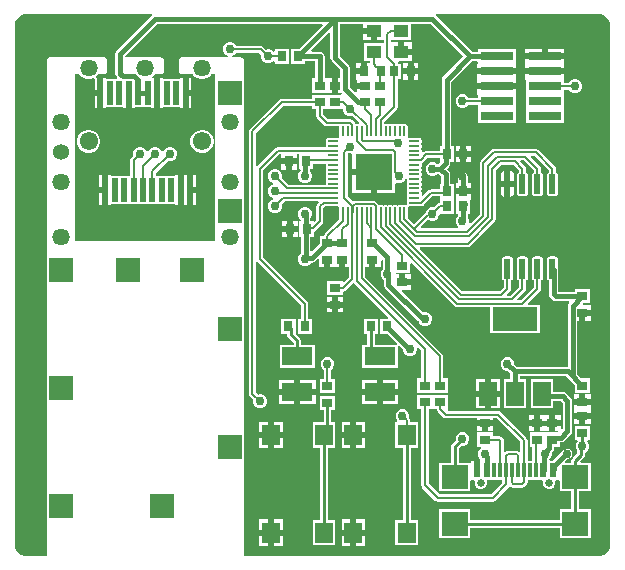
<source format=gtl>
G04*
G04 #@! TF.GenerationSoftware,Altium Limited,Altium Designer,22.2.1 (43)*
G04*
G04 Layer_Physical_Order=1*
G04 Layer_Color=255*
%FSLAX25Y25*%
%MOIN*%
G70*
G04*
G04 #@! TF.SameCoordinates,1C25F414-B9C3-4C75-A36B-C8DD24576EA7*
G04*
G04*
G04 #@! TF.FilePolarity,Positive*
G04*
G01*
G75*
%ADD16C,0.01000*%
%ADD17R,0.11000X0.03000*%
%ADD18R,0.03150X0.03543*%
%ADD19R,0.05118X0.04331*%
%ADD20R,0.08583X0.07874*%
%ADD21R,0.02362X0.04528*%
%ADD22R,0.01181X0.04528*%
%ADD23R,0.05906X0.06890*%
%ADD24R,0.03543X0.03150*%
%ADD25R,0.10236X0.05906*%
G04:AMPARAMS|DCode=26|XSize=64.96mil|YSize=22.84mil|CornerRadius=2.85mil|HoleSize=0mil|Usage=FLASHONLY|Rotation=270.000|XOffset=0mil|YOffset=0mil|HoleType=Round|Shape=RoundedRectangle|*
%AMROUNDEDRECTD26*
21,1,0.06496,0.01713,0,0,270.0*
21,1,0.05925,0.02284,0,0,270.0*
1,1,0.00571,-0.00856,-0.02963*
1,1,0.00571,-0.00856,0.02963*
1,1,0.00571,0.00856,0.02963*
1,1,0.00571,0.00856,-0.02963*
%
%ADD26ROUNDEDRECTD26*%
%ADD27R,0.14961X0.07874*%
%ADD28R,0.05906X0.07874*%
G04:AMPARAMS|DCode=30|XSize=33.07mil|YSize=7.87mil|CornerRadius=0.98mil|HoleSize=0mil|Usage=FLASHONLY|Rotation=180.000|XOffset=0mil|YOffset=0mil|HoleType=Round|Shape=RoundedRectangle|*
%AMROUNDEDRECTD30*
21,1,0.03307,0.00591,0,0,180.0*
21,1,0.03110,0.00787,0,0,180.0*
1,1,0.00197,-0.01555,0.00295*
1,1,0.00197,0.01555,0.00295*
1,1,0.00197,0.01555,-0.00295*
1,1,0.00197,-0.01555,-0.00295*
%
%ADD30ROUNDEDRECTD30*%
G04:AMPARAMS|DCode=31|XSize=7.87mil|YSize=33.07mil|CornerRadius=0.98mil|HoleSize=0mil|Usage=FLASHONLY|Rotation=180.000|XOffset=0mil|YOffset=0mil|HoleType=Round|Shape=RoundedRectangle|*
%AMROUNDEDRECTD31*
21,1,0.00787,0.03110,0,0,180.0*
21,1,0.00591,0.03307,0,0,180.0*
1,1,0.00197,-0.00295,0.01555*
1,1,0.00197,0.00295,0.01555*
1,1,0.00197,0.00295,-0.01555*
1,1,0.00197,-0.00295,-0.01555*
%
%ADD31ROUNDEDRECTD31*%
%ADD32R,0.01968X0.07874*%
%ADD44C,0.02559*%
%ADD50R,0.12205X0.12205*%
%ADD51C,0.00700*%
%ADD52C,0.01500*%
%ADD53C,0.00800*%
%ADD54C,0.06102*%
%ADD55C,0.05347*%
%ADD56C,0.05740*%
%ADD57R,0.07874X0.07874*%
%ADD58C,0.03000*%
G36*
X46350Y181697D02*
X46502Y181197D01*
X46382Y181117D01*
X34754Y169489D01*
X34411Y168976D01*
X34291Y168371D01*
Y161740D01*
X34411Y161135D01*
X34754Y160622D01*
X34882Y160494D01*
X34691Y160032D01*
X31315D01*
Y160232D01*
X30331D01*
Y155295D01*
Y150358D01*
X31315D01*
Y150558D01*
X36795D01*
Y150358D01*
X37780D01*
Y155295D01*
X39779D01*
Y150358D01*
X40764D01*
Y150558D01*
X46244D01*
Y150358D01*
X47228D01*
Y155295D01*
Y160232D01*
X46825D01*
X46784Y160290D01*
X46651Y160732D01*
X47228Y161310D01*
X47376Y161566D01*
X49626D01*
X49938Y161628D01*
X50203Y161805D01*
X50380Y162070D01*
X50442Y162382D01*
Y166319D01*
X50380Y166631D01*
X50203Y166896D01*
X49938Y167072D01*
X49626Y167135D01*
X45142D01*
X44774Y167233D01*
X43808D01*
X43440Y167135D01*
X37452D01*
Y167717D01*
X48155Y178420D01*
X103287D01*
X103479Y177958D01*
X95593Y170072D01*
X92881D01*
Y164928D01*
X97631D01*
Y165920D01*
X100920D01*
Y160131D01*
X99928D01*
Y155381D01*
X104728D01*
Y155181D01*
X106500D01*
Y157756D01*
Y160331D01*
X104728D01*
Y160131D01*
X104080D01*
Y167500D01*
X103960Y168105D01*
X103618Y168617D01*
X103105Y168960D01*
X102500Y169080D01*
X99725D01*
X99533Y169542D01*
X105458Y175467D01*
X105920Y175275D01*
Y167096D01*
X106040Y166491D01*
X106383Y165979D01*
X109241Y163120D01*
Y160331D01*
X108500D01*
Y157756D01*
Y155181D01*
X109687D01*
X109723Y155119D01*
X109434Y154619D01*
X105072D01*
Y154619D01*
X99928D01*
Y153417D01*
X89744D01*
X89295Y153327D01*
X88915Y153073D01*
X79171Y143329D01*
X78917Y142949D01*
X78828Y142500D01*
Y55000D01*
X78917Y54551D01*
X79171Y54171D01*
X80254Y53088D01*
X80200Y52957D01*
Y52043D01*
X80550Y51197D01*
X81197Y50550D01*
X82042Y50200D01*
X82958D01*
X83803Y50550D01*
X84450Y51197D01*
X84800Y52043D01*
Y52957D01*
X84450Y53803D01*
X83803Y54450D01*
X82958Y54800D01*
X82042D01*
X81912Y54746D01*
X81173Y55486D01*
Y99017D01*
X81665Y99169D01*
X81673Y99169D01*
X96328Y84514D01*
Y80072D01*
X95125D01*
Y75428D01*
X95125Y74956D01*
X94752Y74623D01*
X94363Y75011D01*
Y80072D01*
X89613D01*
Y74928D01*
X91360D01*
Y74814D01*
X91461Y74307D01*
X91749Y73877D01*
X93674Y71951D01*
Y71253D01*
X89082D01*
Y63747D01*
X100918D01*
Y71253D01*
X96325D01*
Y72500D01*
X96225Y73007D01*
X95937Y73437D01*
X94820Y74555D01*
X95153Y74928D01*
X95614Y74928D01*
X99875D01*
Y80072D01*
X98672D01*
Y85000D01*
X98583Y85449D01*
X98329Y85829D01*
X83672Y100486D01*
Y129514D01*
X89049Y134890D01*
X89669D01*
Y133500D01*
X92244D01*
X94819D01*
Y134890D01*
X95381D01*
Y129928D01*
X95995D01*
X96026Y129428D01*
X95550Y128953D01*
X95200Y128108D01*
Y127192D01*
X95550Y126347D01*
X96197Y125700D01*
X97043Y125350D01*
X97957D01*
X98803Y125700D01*
X99450Y126347D01*
X99800Y127192D01*
Y128108D01*
X99450Y128953D01*
X99208Y129194D01*
Y129928D01*
X100131D01*
Y131741D01*
X104331D01*
X104419Y131634D01*
Y131043D01*
X104488Y130693D01*
X104583Y130551D01*
X104488Y130410D01*
X104419Y130059D01*
Y129469D01*
X104488Y129118D01*
X104583Y128976D01*
X104488Y128835D01*
X104419Y128484D01*
Y127894D01*
X104488Y127543D01*
X104583Y127402D01*
X104488Y127260D01*
X104419Y126909D01*
Y126319D01*
X104488Y125968D01*
X104583Y125827D01*
X104488Y125685D01*
X104419Y125335D01*
Y124744D01*
X104356Y124668D01*
X91990D01*
X89746Y126912D01*
X89800Y127042D01*
Y127957D01*
X89450Y128803D01*
X88803Y129450D01*
X87958Y129800D01*
X87042D01*
X86197Y129450D01*
X85550Y128803D01*
X85200Y127957D01*
Y127042D01*
X85550Y126197D01*
X86197Y125550D01*
X86893Y125262D01*
Y124738D01*
X86197Y124450D01*
X85550Y123803D01*
X85200Y122958D01*
Y122043D01*
X85550Y121197D01*
X86197Y120550D01*
X86893Y120262D01*
Y119738D01*
X86197Y119450D01*
X85550Y118803D01*
X85200Y117957D01*
Y117043D01*
X85550Y116197D01*
X86197Y115550D01*
X87042Y115200D01*
X87958D01*
X88803Y115550D01*
X89450Y116197D01*
X89800Y117043D01*
Y117957D01*
X89746Y118088D01*
X90801Y119142D01*
X101831D01*
X102022Y118681D01*
X101671Y118329D01*
X101417Y117949D01*
X101328Y117500D01*
Y112986D01*
X100759Y112417D01*
X100387Y112572D01*
Y112572D01*
X99336D01*
Y113584D01*
X99450Y113697D01*
X99800Y114542D01*
Y115457D01*
X99450Y116303D01*
X98803Y116950D01*
X97957Y117300D01*
X97043D01*
X96197Y116950D01*
X95550Y116303D01*
X95200Y115457D01*
Y114542D01*
X95550Y113697D01*
X96175Y113072D01*
Y112572D01*
X95637D01*
Y107428D01*
X96175D01*
Y101928D01*
X95550Y101303D01*
X95200Y100458D01*
Y99542D01*
X95550Y98697D01*
X96197Y98050D01*
X97043Y97700D01*
X97957D01*
X98803Y98050D01*
X99450Y98697D01*
X99454Y98707D01*
X99834D01*
X100439Y98827D01*
X100952Y99169D01*
X101766Y99984D01*
X102228Y99793D01*
Y97169D01*
X104000D01*
Y99744D01*
X106000D01*
Y97169D01*
X109000D01*
Y99744D01*
X111000D01*
Y97169D01*
X112154D01*
Y93813D01*
X110534Y92192D01*
X110072Y92383D01*
Y92631D01*
X104928D01*
Y87881D01*
X110072D01*
Y89083D01*
X110256D01*
X110705Y89173D01*
X111085Y89427D01*
X113454Y91795D01*
X114073Y91769D01*
X125308Y80534D01*
X125117Y80072D01*
X122625D01*
Y74928D01*
X125140D01*
X128315Y71753D01*
X128108Y71253D01*
X128075Y71253D01*
X128075Y71253D01*
X128047Y71253D01*
X120814D01*
Y74928D01*
X121863D01*
Y80072D01*
X117113D01*
Y74928D01*
X118163D01*
Y71253D01*
X116582D01*
Y63747D01*
X128418D01*
X128418Y70881D01*
Y70909D01*
D01*
X128418Y70943D01*
X128493Y70974D01*
X128918Y71150D01*
X130200Y69868D01*
Y69542D01*
X130550Y68697D01*
X131197Y68050D01*
X132043Y67700D01*
X132957D01*
X133803Y68050D01*
X134450Y68697D01*
X134800Y69542D01*
Y70335D01*
X135160Y70553D01*
X135262Y70580D01*
X136328Y69514D01*
Y65000D01*
X136328Y65000D01*
Y60131D01*
X134928D01*
Y55381D01*
X145072D01*
Y60131D01*
X143673D01*
Y67500D01*
X143583Y67949D01*
X143329Y68329D01*
X117649Y94009D01*
Y97169D01*
X119000D01*
Y99744D01*
X121000D01*
Y97169D01*
X122772D01*
Y99375D01*
X123272Y99628D01*
X123420Y99520D01*
Y96672D01*
X123050Y96303D01*
X122700Y95458D01*
Y94542D01*
X123050Y93697D01*
X123697Y93050D01*
X123707Y93046D01*
Y91419D01*
X123827Y90814D01*
X124170Y90301D01*
X135301Y79169D01*
X135375Y79120D01*
X135550Y78697D01*
X136197Y78050D01*
X137042Y77700D01*
X137958D01*
X138803Y78050D01*
X139450Y78697D01*
X139800Y79542D01*
Y80458D01*
X139450Y81303D01*
X138803Y81950D01*
X137958Y82300D01*
X137042D01*
X136758Y82182D01*
X129733Y89207D01*
X129925Y89669D01*
X132772D01*
Y91244D01*
X130000D01*
Y92244D01*
X129000D01*
Y94819D01*
X127787D01*
X127740Y94881D01*
X127990Y95381D01*
X132572D01*
Y98374D01*
X133034Y98566D01*
X147440Y84159D01*
X147820Y83905D01*
X148269Y83816D01*
X159220D01*
Y75165D01*
X175780D01*
Y84639D01*
X171950D01*
X171759Y85101D01*
X175829Y89171D01*
X176083Y89551D01*
X176172Y90000D01*
Y92765D01*
X176280Y92787D01*
X176639Y93027D01*
X176879Y93386D01*
X176963Y93809D01*
Y99734D01*
X176879Y100158D01*
X176639Y100517D01*
X176280Y100757D01*
X175856Y100841D01*
X174144D01*
X173720Y100757D01*
X173361Y100517D01*
X173121Y100158D01*
X173037Y99734D01*
Y93809D01*
X173121Y93386D01*
X173361Y93027D01*
X173720Y92787D01*
X173828Y92765D01*
Y90486D01*
X169503Y86161D01*
X168473D01*
X168281Y86623D01*
X170829Y89171D01*
X171083Y89551D01*
X171172Y90000D01*
Y92765D01*
X171280Y92787D01*
X171639Y93027D01*
X171879Y93386D01*
X171963Y93809D01*
Y99734D01*
X171879Y100158D01*
X171639Y100517D01*
X171280Y100757D01*
X170856Y100841D01*
X169144D01*
X168720Y100757D01*
X168361Y100517D01*
X168121Y100158D01*
X168037Y99734D01*
Y93809D01*
X168121Y93386D01*
X168361Y93027D01*
X168720Y92787D01*
X168827Y92765D01*
Y90486D01*
X166003Y87661D01*
X164973D01*
X164781Y88123D01*
X165829Y89171D01*
X166083Y89551D01*
X166173Y90000D01*
Y92765D01*
X166280Y92787D01*
X166639Y93027D01*
X166879Y93386D01*
X166963Y93809D01*
Y99734D01*
X166879Y100158D01*
X166639Y100517D01*
X166280Y100757D01*
X165856Y100841D01*
X164144D01*
X163720Y100757D01*
X163361Y100517D01*
X163121Y100158D01*
X163037Y99734D01*
Y93809D01*
X163121Y93386D01*
X163361Y93027D01*
X163720Y92787D01*
X163828Y92765D01*
Y90486D01*
X162503Y89161D01*
X149997D01*
X135793Y103366D01*
X135984Y103828D01*
X151743D01*
X152191Y103917D01*
X152572Y104171D01*
X160729Y112328D01*
X160983Y112709D01*
X161073Y113157D01*
Y129414D01*
X162986Y131327D01*
X167014D01*
X168827Y129514D01*
Y129006D01*
X168720Y128985D01*
X168361Y128745D01*
X168121Y128386D01*
X168037Y127963D01*
Y122037D01*
X168121Y121614D01*
X168361Y121255D01*
X168720Y121015D01*
X169144Y120931D01*
X170856D01*
X171280Y121015D01*
X171639Y121255D01*
X171879Y121614D01*
X171963Y122037D01*
Y127963D01*
X171879Y128386D01*
X171639Y128745D01*
X171280Y128985D01*
X171172Y129006D01*
Y130000D01*
X171083Y130449D01*
X170829Y130829D01*
X169293Y132366D01*
X169484Y132827D01*
X170514D01*
X173828Y129514D01*
Y129006D01*
X173720Y128985D01*
X173361Y128745D01*
X173121Y128386D01*
X173037Y127963D01*
Y122037D01*
X173121Y121614D01*
X173361Y121255D01*
X173720Y121015D01*
X174144Y120931D01*
X175856D01*
X176280Y121015D01*
X176639Y121255D01*
X176879Y121614D01*
X176963Y122037D01*
Y127963D01*
X176879Y128386D01*
X176639Y128745D01*
X176280Y128985D01*
X176172Y129006D01*
Y130000D01*
X176083Y130449D01*
X175829Y130829D01*
X172793Y133865D01*
X172984Y134327D01*
X174014D01*
X178828Y129514D01*
Y129006D01*
X178720Y128985D01*
X178361Y128745D01*
X178121Y128386D01*
X178037Y127963D01*
Y122037D01*
X178121Y121614D01*
X178361Y121255D01*
X178720Y121015D01*
X179144Y120931D01*
X180856D01*
X181280Y121015D01*
X181639Y121255D01*
X181879Y121614D01*
X181963Y122037D01*
Y127963D01*
X181879Y128386D01*
X181639Y128745D01*
X181280Y128985D01*
X181173Y129006D01*
Y130000D01*
X181083Y130449D01*
X180829Y130829D01*
X175329Y136329D01*
X174949Y136583D01*
X174500Y136672D01*
X160500D01*
X160051Y136583D01*
X159671Y136329D01*
X156071Y132729D01*
X155817Y132349D01*
X155728Y131900D01*
Y114886D01*
X152762Y111920D01*
X152660Y111947D01*
X152300Y112165D01*
Y112958D01*
X151950Y113803D01*
X151708Y114044D01*
Y114928D01*
X152631D01*
Y119728D01*
X152831D01*
Y121500D01*
X150256D01*
X147681D01*
Y119728D01*
X147881D01*
Y114928D01*
X148548D01*
Y114300D01*
X148050Y113803D01*
X147700Y112958D01*
Y112042D01*
X148050Y111197D01*
X148575Y110672D01*
X148402Y110172D01*
X136348D01*
X136157Y110635D01*
X138635Y113113D01*
X138697Y113050D01*
X139542Y112700D01*
X140457D01*
X141303Y113050D01*
X141950Y113697D01*
X142270Y114470D01*
X142300Y114542D01*
X142300Y114543D01*
X142369Y114928D01*
X147119D01*
Y120072D01*
X147119D01*
Y125072D01*
X145938D01*
Y128142D01*
X145818Y128747D01*
X145475Y129260D01*
X144735Y130000D01*
X145475Y130740D01*
X145818Y131253D01*
X145938Y131858D01*
Y132428D01*
X147119D01*
Y137572D01*
X146325D01*
Y159090D01*
X153155Y165920D01*
X154846D01*
X155200Y165566D01*
X155200Y165417D01*
X155000Y165000D01*
X155000Y164783D01*
Y163500D01*
X161500D01*
X168000D01*
Y165000D01*
X167800Y165417D01*
X167800Y165500D01*
Y169800D01*
X155200D01*
Y169080D01*
X153155D01*
X141118Y181117D01*
X140998Y181197D01*
X141150Y181697D01*
X195000Y181697D01*
X195413Y181697D01*
X196224Y181536D01*
X196988Y181219D01*
X197676Y180760D01*
X198260Y180176D01*
X198720Y179488D01*
X199036Y178724D01*
X199197Y177913D01*
X199197Y177500D01*
X199197Y5000D01*
X199197Y4587D01*
X199036Y3776D01*
X198720Y3012D01*
X198260Y2324D01*
X197676Y1740D01*
X196988Y1280D01*
X196224Y964D01*
X195413Y803D01*
X195000Y803D01*
X77095D01*
Y166319D01*
X77033Y166631D01*
X76856Y166896D01*
X76592Y167072D01*
X76279Y167135D01*
X73261D01*
X73162Y167635D01*
X73803Y167900D01*
X74450Y168547D01*
X74504Y168677D01*
X82314D01*
X82904Y168088D01*
X82850Y167957D01*
Y167043D01*
X83200Y166197D01*
X83847Y165550D01*
X84693Y165200D01*
X85607D01*
X86453Y165550D01*
X86869Y165967D01*
X87369Y165760D01*
Y164928D01*
X92119D01*
Y170072D01*
X87369D01*
Y169240D01*
X86869Y169033D01*
X86453Y169450D01*
X85607Y169800D01*
X84693D01*
X84562Y169746D01*
X83629Y170679D01*
X83249Y170933D01*
X82800Y171022D01*
X74504D01*
X74450Y171153D01*
X73803Y171800D01*
X72957Y172150D01*
X72043D01*
X71197Y171800D01*
X70550Y171153D01*
X70200Y170308D01*
Y169393D01*
X70550Y168547D01*
X71197Y167900D01*
X71838Y167635D01*
X71739Y167135D01*
X64040D01*
X63672Y167233D01*
X62706D01*
X62338Y167135D01*
X56319D01*
X56007Y167072D01*
X55742Y166896D01*
X55565Y166631D01*
X55503Y166319D01*
Y162382D01*
X55565Y162070D01*
X55742Y161805D01*
X56007Y161628D01*
X56319Y161566D01*
X60104D01*
X60252Y161310D01*
X60935Y160626D01*
X61772Y160143D01*
X62706Y159893D01*
X63672D01*
X64606Y160143D01*
X65443Y160626D01*
X66126Y161310D01*
X66274Y161566D01*
X67590D01*
Y106111D01*
X20993D01*
Y161566D01*
X22309D01*
X22457Y161310D01*
X23140Y160626D01*
X23977Y160143D01*
X24911Y159893D01*
X25877D01*
X26810Y160143D01*
X26846Y160164D01*
X27347Y159875D01*
Y156295D01*
X28331D01*
Y160232D01*
X27927D01*
X27886Y160290D01*
X27753Y160732D01*
X28330Y161310D01*
X28479Y161566D01*
X30728D01*
X31040Y161628D01*
X31305Y161805D01*
X31482Y162070D01*
X31544Y162382D01*
Y166319D01*
X31482Y166631D01*
X31305Y166896D01*
X31040Y167072D01*
X30728Y167135D01*
X26245D01*
X25877Y167233D01*
X24911D01*
X24543Y167135D01*
X12303D01*
X11991Y167072D01*
X11726Y166896D01*
X11550Y166631D01*
X11488Y166319D01*
Y803D01*
X5000D01*
X4587Y803D01*
X3776Y964D01*
X3012Y1280D01*
X2324Y1740D01*
X1740Y2324D01*
X1280Y3012D01*
X964Y3776D01*
X803Y4587D01*
X803Y5000D01*
Y177500D01*
X803Y177913D01*
X964Y178724D01*
X1280Y179488D01*
X1740Y180176D01*
X2324Y180760D01*
X3012Y181219D01*
X3776Y181536D01*
X4587Y181697D01*
X5000Y181697D01*
X46350Y181697D01*
D02*
G37*
G36*
X116913Y177043D02*
X120472D01*
Y176043D01*
X121472D01*
Y172878D01*
X123828D01*
Y171922D01*
X117113D01*
Y165991D01*
X119300D01*
Y165272D01*
X118244D01*
Y162500D01*
X117244D01*
Y161500D01*
X114669D01*
Y159728D01*
X114728D01*
Y158756D01*
X117500D01*
Y156756D01*
X114728D01*
Y155714D01*
X114228Y155507D01*
X112402Y157333D01*
Y163775D01*
X112282Y164379D01*
X111939Y164892D01*
X109080Y167751D01*
Y178420D01*
X116913D01*
Y177043D01*
D02*
G37*
G36*
X104928Y149869D02*
X110072D01*
X110200Y149542D01*
X110550Y148697D01*
X111197Y148050D01*
X112042Y147700D01*
X112958D01*
X113153Y147781D01*
X115517Y145417D01*
X115270Y144957D01*
X115197Y144971D01*
X114606D01*
X114489Y144948D01*
X114379Y145021D01*
X114125Y145401D01*
X113393Y146133D01*
X113013Y146387D01*
X112564Y146476D01*
X105182D01*
X103673Y147986D01*
Y149869D01*
X104928D01*
Y149869D01*
D02*
G37*
G36*
X99928Y149869D02*
X101328D01*
Y147500D01*
X101417Y147051D01*
X101671Y146671D01*
X103867Y144474D01*
X104248Y144220D01*
X104697Y144131D01*
X108904D01*
X108966Y144055D01*
Y140945D01*
X108998Y140785D01*
X108985Y140758D01*
X108632Y140405D01*
X108605Y140392D01*
X108445Y140424D01*
X105335D01*
X104984Y140354D01*
X104687Y140156D01*
X104488Y139858D01*
X104419Y139508D01*
Y138917D01*
X104488Y138567D01*
X104583Y138425D01*
X104488Y138284D01*
X104419Y137933D01*
Y137343D01*
X104331Y137235D01*
X88563D01*
X88114Y137146D01*
X87734Y136892D01*
X81673Y130831D01*
X81665Y130831D01*
X81173Y130983D01*
Y142014D01*
X90230Y151072D01*
X99928D01*
Y149869D01*
D02*
G37*
G36*
X150265Y167500D02*
X143627Y160862D01*
X143284Y160349D01*
X143164Y159744D01*
Y137572D01*
X142369D01*
Y135976D01*
X137868D01*
X137419Y135886D01*
X137039Y135632D01*
X136854Y135448D01*
X136393Y135694D01*
X136408Y135768D01*
Y136358D01*
X136338Y136709D01*
X136244Y136850D01*
X136338Y136992D01*
X136408Y137343D01*
Y137933D01*
X136338Y138284D01*
X136244Y138425D01*
X136338Y138567D01*
X136408Y138917D01*
Y139508D01*
X136338Y139858D01*
X136140Y140156D01*
X135843Y140354D01*
X135492Y140424D01*
X132382D01*
X132222Y140392D01*
X132195Y140405D01*
X131842Y140758D01*
X131829Y140785D01*
X131861Y140945D01*
Y144055D01*
X131791Y144406D01*
X131593Y144703D01*
X131295Y144901D01*
X130945Y144971D01*
X130354D01*
X130004Y144901D01*
X129862Y144807D01*
X129721Y144901D01*
X129370Y144971D01*
X128779D01*
X128429Y144901D01*
X128287Y144807D01*
X128146Y144901D01*
X127795Y144971D01*
X127205D01*
X126854Y144901D01*
X126713Y144807D01*
X126571Y144901D01*
X126221Y144971D01*
X125630D01*
X125279Y144901D01*
X125138Y144807D01*
X124996Y144901D01*
X124646Y144971D01*
X124055D01*
X123948Y145059D01*
Y145714D01*
X128073Y149839D01*
X128327Y150220D01*
X128417Y150668D01*
Y159928D01*
X129619D01*
Y165072D01*
X128772D01*
X128558Y165326D01*
X128568Y165367D01*
X128896Y165791D01*
X133087D01*
Y167957D01*
X129528D01*
Y168957D01*
X128528D01*
Y172122D01*
X126172D01*
Y173078D01*
X132887D01*
Y178420D01*
X139345D01*
X150265Y167500D01*
D02*
G37*
G36*
X142369Y132428D02*
X142369Y132428D01*
X142369D01*
X142234Y131969D01*
X141845Y131580D01*
X141672D01*
X141303Y131950D01*
X140457Y132300D01*
X139542D01*
X138697Y131950D01*
X138050Y131303D01*
X137700Y130457D01*
Y129543D01*
X138050Y128697D01*
X138697Y128050D01*
X139542Y127700D01*
X140457D01*
X141303Y128050D01*
X141672Y128420D01*
X141845D01*
X142777Y127488D01*
Y125072D01*
X142369D01*
Y123174D01*
X139502D01*
X139053Y123085D01*
X138672Y122831D01*
X136841Y120999D01*
X136759Y120993D01*
X136648Y121059D01*
X136355Y121325D01*
X136408Y121595D01*
Y122185D01*
X136338Y122536D01*
X136244Y122677D01*
X136338Y122819D01*
X136408Y123169D01*
Y123760D01*
X136338Y124110D01*
X136244Y124252D01*
X136338Y124393D01*
X136408Y124744D01*
Y125335D01*
X136338Y125685D01*
X136244Y125827D01*
X136338Y125968D01*
X136408Y126319D01*
Y126909D01*
X136338Y127260D01*
X136244Y127402D01*
X136338Y127543D01*
X136408Y127894D01*
Y128484D01*
X136338Y128835D01*
X136244Y128976D01*
X136338Y129118D01*
X136408Y129469D01*
Y130059D01*
X136338Y130410D01*
X136244Y130551D01*
X136338Y130693D01*
X136408Y131043D01*
Y131634D01*
X136385Y131752D01*
X136458Y131861D01*
X136838Y132115D01*
X138354Y133631D01*
X142369D01*
Y132428D01*
D02*
G37*
G36*
X113311Y134860D02*
Y129976D01*
X120413D01*
Y128976D01*
X121413D01*
Y121874D01*
X127516D01*
Y125099D01*
X127931Y125377D01*
X128358Y125200D01*
X129273D01*
X130119Y125550D01*
X130766Y126197D01*
X130966Y126681D01*
X131466Y126581D01*
Y126319D01*
X131536Y125968D01*
X131630Y125827D01*
X131536Y125685D01*
X131466Y125335D01*
Y124744D01*
X131536Y124393D01*
X131630Y124252D01*
X131536Y124110D01*
X131466Y123760D01*
Y123169D01*
X131536Y122819D01*
X131630Y122677D01*
X131536Y122536D01*
X131466Y122185D01*
Y121595D01*
X131536Y121244D01*
X131630Y121102D01*
X131536Y120961D01*
X131466Y120610D01*
Y120020D01*
X131536Y119669D01*
X131630Y119528D01*
X131536Y119386D01*
X131466Y119035D01*
Y118445D01*
X131498Y118285D01*
X131485Y118258D01*
X131132Y117905D01*
X131105Y117892D01*
X130945Y117924D01*
X130354D01*
X130004Y117854D01*
X129862Y117760D01*
X129721Y117854D01*
X129370Y117924D01*
X128779D01*
X128429Y117854D01*
X128287Y117760D01*
X128146Y117854D01*
X127795Y117924D01*
X127205D01*
X126854Y117854D01*
X126713Y117760D01*
X126571Y117854D01*
X126221Y117924D01*
X125630D01*
X125279Y117854D01*
X125138Y117760D01*
X124996Y117854D01*
X124646Y117924D01*
X124055D01*
X123705Y117854D01*
X123563Y117760D01*
X123421Y117854D01*
X123071Y117924D01*
X122480D01*
X122363Y117901D01*
X122253Y117974D01*
X121999Y118354D01*
X121267Y119085D01*
X120887Y119340D01*
X120438Y119429D01*
X114089D01*
X113640Y119340D01*
X113359Y119151D01*
X111739Y120771D01*
Y134697D01*
X111980Y135138D01*
X112895D01*
X113311Y134860D01*
D02*
G37*
G36*
X142369Y119928D02*
X142369D01*
Y118647D01*
X142051Y118583D01*
X141671Y118329D01*
X140588Y117246D01*
X140457Y117300D01*
X139542D01*
X138697Y116950D01*
X138050Y116303D01*
X137701Y115460D01*
X137595Y115389D01*
X133864Y111658D01*
X131822Y113700D01*
Y113703D01*
X131861Y113898D01*
Y117008D01*
X131829Y117168D01*
X131842Y117195D01*
X132195Y117548D01*
X132222Y117561D01*
X132382Y117529D01*
X135492D01*
X135687Y117568D01*
X136240D01*
X136689Y117657D01*
X137069Y117911D01*
X139987Y120829D01*
X142369D01*
Y119928D01*
D02*
G37*
G36*
X105335Y117529D02*
X108445D01*
X108605Y117561D01*
X108632Y117548D01*
X108985Y117195D01*
X108998Y117168D01*
X108966Y117008D01*
Y113898D01*
X109005Y113703D01*
Y113163D01*
X104171Y108329D01*
X103917Y107949D01*
X103853Y107631D01*
X102428D01*
Y105116D01*
X99798Y102486D01*
X99336Y102677D01*
Y107428D01*
X100387D01*
Y109086D01*
X100675Y109143D01*
X101056Y109397D01*
X103329Y111671D01*
X103583Y112051D01*
X103673Y112500D01*
Y117014D01*
X104226Y117568D01*
X105140D01*
X105335Y117529D01*
D02*
G37*
%LPC*%
G36*
X184000Y170000D02*
X178500D01*
Y168500D01*
X184000D01*
Y170000D01*
D02*
G37*
G36*
X176500D02*
X171000D01*
Y168500D01*
X176500D01*
Y170000D01*
D02*
G37*
G36*
X184000Y166500D02*
X177500D01*
X171000D01*
Y165000D01*
Y163500D01*
X177500D01*
X184000D01*
Y165000D01*
Y166500D01*
D02*
G37*
G36*
X56677Y160232D02*
X55693D01*
Y160032D01*
X50213D01*
Y160232D01*
X49228D01*
Y155295D01*
Y150358D01*
X50213D01*
Y150558D01*
X55693D01*
Y150358D01*
X56677D01*
Y155295D01*
Y160232D01*
D02*
G37*
G36*
X168000Y161500D02*
X161500D01*
X155000D01*
Y160000D01*
Y158500D01*
X161500D01*
X168000D01*
Y160000D01*
Y161500D01*
D02*
G37*
G36*
X59661Y160232D02*
X58677D01*
Y156295D01*
X59661D01*
Y160232D01*
D02*
G37*
G36*
X184000Y161500D02*
X177500D01*
X171000D01*
Y160000D01*
X171200Y159583D01*
X171200Y159500D01*
Y155300D01*
X171200Y155200D01*
Y154800D01*
X171200Y154700D01*
Y150300D01*
X171200Y150200D01*
Y149800D01*
X171200Y149700D01*
Y145200D01*
X183800D01*
Y149700D01*
X183800Y149800D01*
Y150200D01*
X183800Y150300D01*
Y154700D01*
X183800Y154800D01*
Y155200D01*
X183800Y155300D01*
Y156327D01*
X185496D01*
X185550Y156197D01*
X186197Y155550D01*
X187042Y155200D01*
X187958D01*
X188803Y155550D01*
X189450Y156197D01*
X189800Y157043D01*
Y157957D01*
X189450Y158803D01*
X188803Y159450D01*
X187958Y159800D01*
X187042D01*
X186197Y159450D01*
X185550Y158803D01*
X185496Y158672D01*
X184154D01*
X183800Y159026D01*
X183800Y159583D01*
X184000Y160000D01*
X184000Y160217D01*
Y161500D01*
D02*
G37*
G36*
X168000Y156500D02*
X161500D01*
X155000D01*
Y155000D01*
X155200Y154583D01*
X155200Y154026D01*
X154846Y153673D01*
X152004D01*
X151950Y153803D01*
X151303Y154450D01*
X150458Y154800D01*
X149542D01*
X148697Y154450D01*
X148050Y153803D01*
X147700Y152957D01*
Y152042D01*
X148050Y151197D01*
X148697Y150550D01*
X149542Y150200D01*
X150458D01*
X151303Y150550D01*
X151950Y151197D01*
X152004Y151328D01*
X155200D01*
Y150300D01*
X155200Y150200D01*
Y149800D01*
X155200Y149700D01*
Y145200D01*
X167800D01*
Y149700D01*
X167800Y149800D01*
Y150200D01*
X167800Y150300D01*
X167800Y154583D01*
X168000Y155000D01*
X168000Y155217D01*
Y156500D01*
D02*
G37*
G36*
X59661Y154295D02*
X58677D01*
Y150358D01*
X59661D01*
Y154295D01*
D02*
G37*
G36*
X28331D02*
X27347D01*
Y150358D01*
X28331D01*
Y154295D01*
D02*
G37*
G36*
X152831Y137772D02*
X151256D01*
Y136000D01*
X152831D01*
Y137772D01*
D02*
G37*
G36*
X149256D02*
X147681D01*
Y136000D01*
X149256D01*
Y137772D01*
D02*
G37*
G36*
X52957Y137300D02*
X52043D01*
X51197Y136950D01*
X50550Y136303D01*
X50262Y135607D01*
X49738D01*
X49450Y136303D01*
X48803Y136950D01*
X47958Y137300D01*
X47043D01*
X46197Y136950D01*
X45550Y136303D01*
X45262Y135607D01*
X44738D01*
X44450Y136303D01*
X43803Y136950D01*
X42957Y137300D01*
X42042D01*
X41197Y136950D01*
X40550Y136303D01*
X40200Y135458D01*
Y134543D01*
X40254Y134412D01*
X39525Y133683D01*
X39271Y133303D01*
X39182Y132854D01*
Y127749D01*
X32890D01*
Y127949D01*
X31905D01*
Y123012D01*
Y118075D01*
X32890D01*
Y118275D01*
X54118D01*
Y118075D01*
X55102D01*
Y123012D01*
Y127949D01*
X54118D01*
Y127749D01*
X47826D01*
Y128668D01*
X51912Y132754D01*
X52043Y132700D01*
X52957D01*
X53803Y133050D01*
X54450Y133697D01*
X54800Y134543D01*
Y135458D01*
X54450Y136303D01*
X53803Y136950D01*
X52957Y137300D01*
D02*
G37*
G36*
X63696Y143005D02*
X62682D01*
X61703Y142742D01*
X60824Y142235D01*
X60107Y141518D01*
X59600Y140640D01*
X59338Y139661D01*
Y138646D01*
X59600Y137667D01*
X60107Y136789D01*
X60824Y136072D01*
X61703Y135565D01*
X62682Y135302D01*
X63696D01*
X64675Y135565D01*
X65554Y136072D01*
X66271Y136789D01*
X66778Y137667D01*
X67040Y138646D01*
Y139661D01*
X66778Y140640D01*
X66271Y141518D01*
X65554Y142235D01*
X64675Y142742D01*
X63696Y143005D01*
D02*
G37*
G36*
X25901D02*
X24887D01*
X23907Y142742D01*
X23029Y142235D01*
X22312Y141518D01*
X21805Y140640D01*
X21542Y139661D01*
Y138646D01*
X21805Y137667D01*
X22312Y136789D01*
X23029Y136072D01*
X23907Y135565D01*
X24887Y135302D01*
X25901D01*
X26880Y135565D01*
X27758Y136072D01*
X28475Y136789D01*
X28982Y137667D01*
X29245Y138646D01*
Y139661D01*
X28982Y140640D01*
X28475Y141518D01*
X27758Y142235D01*
X26880Y142742D01*
X25901Y143005D01*
D02*
G37*
G36*
X152831Y134000D02*
X151256D01*
Y132228D01*
X152831D01*
Y134000D01*
D02*
G37*
G36*
X149256D02*
X147681D01*
Y132228D01*
X149256D01*
Y134000D01*
D02*
G37*
G36*
X94819Y131500D02*
X93244D01*
Y129728D01*
X94819D01*
Y131500D01*
D02*
G37*
G36*
X91244D02*
X89669D01*
Y129728D01*
X91244D01*
Y131500D01*
D02*
G37*
G36*
X166000Y129245D02*
Y126000D01*
X167167D01*
Y127963D01*
X167067Y128464D01*
X166783Y128889D01*
X166358Y129174D01*
X166000Y129245D01*
D02*
G37*
G36*
X164000D02*
X163642Y129174D01*
X163217Y128889D01*
X162933Y128464D01*
X162833Y127963D01*
Y126000D01*
X164000D01*
Y129245D01*
D02*
G37*
G36*
X61236Y127949D02*
X60252D01*
Y124012D01*
X61236D01*
Y127949D01*
D02*
G37*
G36*
X29906D02*
X28921D01*
Y124012D01*
X29906D01*
Y127949D01*
D02*
G37*
G36*
X150000Y129080D02*
X149395Y128960D01*
X148882Y128618D01*
X148540Y128105D01*
X148420Y127500D01*
X148540Y126895D01*
X148548Y126884D01*
Y125272D01*
X147681D01*
Y123500D01*
X150256D01*
X152831D01*
Y125272D01*
X151708D01*
Y127372D01*
X151588Y127977D01*
X151245Y128489D01*
X151118Y128618D01*
X150605Y128960D01*
X150000Y129080D01*
D02*
G37*
G36*
X167167Y124000D02*
X166000D01*
Y120755D01*
X166358Y120826D01*
X166783Y121111D01*
X167067Y121536D01*
X167167Y122037D01*
Y124000D01*
D02*
G37*
G36*
X164000D02*
X162833D01*
Y122037D01*
X162933Y121536D01*
X163217Y121111D01*
X163642Y120826D01*
X164000Y120755D01*
Y124000D01*
D02*
G37*
G36*
X61236Y122012D02*
X60252D01*
Y118075D01*
X61236D01*
Y122012D01*
D02*
G37*
G36*
X58252Y127949D02*
X57102D01*
Y123012D01*
Y118075D01*
X58252D01*
Y123012D01*
Y127949D01*
D02*
G37*
G36*
X29906Y122012D02*
X28921D01*
Y118075D01*
X29906D01*
Y122012D01*
D02*
G37*
G36*
X95075Y112772D02*
X93500D01*
Y111000D01*
X95075D01*
Y112772D01*
D02*
G37*
G36*
X91500D02*
X89925D01*
Y111000D01*
X91500D01*
Y112772D01*
D02*
G37*
G36*
X95075Y109000D02*
X93500D01*
Y107228D01*
X95075D01*
Y109000D01*
D02*
G37*
G36*
X91500D02*
X89925D01*
Y107228D01*
X91500D01*
Y109000D01*
D02*
G37*
G36*
X132772Y94819D02*
X131000D01*
Y93244D01*
X132772D01*
Y94819D01*
D02*
G37*
G36*
X110272Y87319D02*
X108500D01*
Y85744D01*
X110272D01*
Y87319D01*
D02*
G37*
G36*
X106500D02*
X104728D01*
Y85744D01*
X106500D01*
Y87319D01*
D02*
G37*
G36*
X110272Y83744D02*
X108500D01*
Y82169D01*
X110272D01*
Y83744D01*
D02*
G37*
G36*
X106500D02*
X104728D01*
Y82169D01*
X106500D01*
Y83744D01*
D02*
G37*
G36*
X192772Y80988D02*
X191000D01*
Y79413D01*
X192772D01*
Y80988D01*
D02*
G37*
G36*
X180856Y100841D02*
X179144D01*
X178720Y100757D01*
X178361Y100517D01*
X178121Y100158D01*
X178037Y99734D01*
Y93809D01*
X178121Y93386D01*
X178361Y93027D01*
X178720Y92787D01*
X178811Y92769D01*
Y88379D01*
X178932Y87774D01*
X179274Y87261D01*
X180153Y86383D01*
X180666Y86040D01*
X181270Y85920D01*
X185368D01*
X185512Y85420D01*
X185218Y84980D01*
X185098Y84375D01*
Y73139D01*
X185098Y73139D01*
Y64112D01*
X185059Y64080D01*
X168155D01*
X167300Y64935D01*
Y65457D01*
X166950Y66303D01*
X166303Y66950D01*
X165457Y67300D01*
X164542D01*
X163697Y66950D01*
X163050Y66303D01*
X162700Y65457D01*
Y64543D01*
X163050Y63697D01*
X163697Y63050D01*
X164542Y62700D01*
X165065D01*
X165920Y61845D01*
Y59835D01*
X163747D01*
Y50361D01*
X171253D01*
Y59835D01*
X169080D01*
Y60920D01*
X184404D01*
X187428Y57896D01*
Y55381D01*
X192572D01*
Y60131D01*
X189663D01*
X188259Y61535D01*
Y73139D01*
X188259Y73139D01*
Y79413D01*
X189000D01*
Y81988D01*
X190000D01*
Y82988D01*
X192772D01*
Y84563D01*
X190288D01*
X190021Y85063D01*
X190063Y85125D01*
X192572D01*
Y89875D01*
X187428D01*
Y89080D01*
X181972D01*
Y96380D01*
X181963Y96426D01*
Y99734D01*
X181879Y100158D01*
X181639Y100517D01*
X181280Y100757D01*
X180856Y100841D01*
D02*
G37*
G36*
X128618Y59642D02*
X123500D01*
Y56689D01*
X128618D01*
Y59642D01*
D02*
G37*
G36*
X101118D02*
X96000D01*
Y56689D01*
X101118D01*
Y59642D01*
D02*
G37*
G36*
X121500D02*
X116382D01*
Y56689D01*
X121500D01*
Y59642D01*
D02*
G37*
G36*
X94000D02*
X88882D01*
Y56689D01*
X94000D01*
Y59642D01*
D02*
G37*
G36*
X162398Y60035D02*
X159445D01*
Y56098D01*
X162398D01*
Y60035D01*
D02*
G37*
G36*
X157445D02*
X154492D01*
Y56098D01*
X157445D01*
Y60035D01*
D02*
G37*
G36*
X105457Y67300D02*
X104543D01*
X103697Y66950D01*
X103050Y66303D01*
X102700Y65457D01*
Y64543D01*
X103050Y63697D01*
X103697Y63050D01*
X103828Y62996D01*
Y59875D01*
X102428D01*
Y55125D01*
X107572D01*
Y59875D01*
X106173D01*
Y62996D01*
X106303Y63050D01*
X106950Y63697D01*
X107300Y64543D01*
Y65457D01*
X106950Y66303D01*
X106303Y66950D01*
X105457Y67300D01*
D02*
G37*
G36*
X192772Y54819D02*
X191000D01*
Y53244D01*
X192772D01*
Y54819D01*
D02*
G37*
G36*
X189000D02*
X187228D01*
Y53244D01*
X189000D01*
Y54819D01*
D02*
G37*
G36*
X128618Y54689D02*
X123500D01*
Y51736D01*
X128618D01*
Y54689D01*
D02*
G37*
G36*
X121500D02*
X116382D01*
Y51736D01*
X121500D01*
Y54689D01*
D02*
G37*
G36*
X101118D02*
X96000D01*
Y51736D01*
X101118D01*
Y54689D01*
D02*
G37*
G36*
X94000D02*
X88882D01*
Y51736D01*
X94000D01*
Y54689D01*
D02*
G37*
G36*
X162398Y54098D02*
X159445D01*
Y50161D01*
X162398D01*
Y54098D01*
D02*
G37*
G36*
X157445D02*
X154492D01*
Y50161D01*
X157445D01*
Y54098D01*
D02*
G37*
G36*
X192772Y51244D02*
X190000D01*
X187228D01*
Y49669D01*
X187228D01*
Y48500D01*
X190000D01*
X192772D01*
Y50075D01*
X192772D01*
Y51244D01*
D02*
G37*
G36*
X182772Y47831D02*
X181000D01*
Y46256D01*
X182772D01*
Y47831D01*
D02*
G37*
G36*
X174000D02*
X172228D01*
Y46256D01*
X174000D01*
Y47831D01*
D02*
G37*
G36*
X192772Y46500D02*
X191000D01*
Y44925D01*
X192772D01*
Y46500D01*
D02*
G37*
G36*
X189000D02*
X187228D01*
Y44925D01*
X189000D01*
Y46500D01*
D02*
G37*
G36*
X180308Y59835D02*
X172802D01*
Y50361D01*
X180308D01*
Y52540D01*
X182725D01*
X183420Y51845D01*
Y43487D01*
X183272Y43387D01*
X182772Y43654D01*
Y44256D01*
X181000D01*
Y42681D01*
X181705D01*
X181972Y42181D01*
X181931Y42119D01*
X172428D01*
Y37369D01*
X173166D01*
Y32552D01*
X171676D01*
Y39547D01*
X171583Y40016D01*
X171318Y40412D01*
X162834Y48896D01*
X162437Y49161D01*
X161969Y49254D01*
X145301D01*
X145190Y49418D01*
X145072Y49869D01*
X145072D01*
Y54619D01*
X134928D01*
Y49869D01*
X136276D01*
Y24635D01*
X136370Y24167D01*
X136635Y23770D01*
X140983Y19422D01*
X141380Y19157D01*
X141848Y19064D01*
X160050D01*
X160518Y19157D01*
X160915Y19422D01*
X165412Y23919D01*
X165499Y24048D01*
X166114Y24140D01*
X166119Y24135D01*
X166516Y23870D01*
X166984Y23776D01*
X169984D01*
X170452Y23870D01*
X170849Y24135D01*
X171318Y24603D01*
X171583Y25000D01*
X171676Y25469D01*
Y26424D01*
X176661D01*
X176939Y26009D01*
X176798Y25670D01*
Y24842D01*
X177115Y24078D01*
X177700Y23493D01*
X178464Y23176D01*
X179292D01*
X180056Y23493D01*
X180641Y24078D01*
X180957Y24842D01*
Y25670D01*
X180900Y25809D01*
X181178Y26224D01*
X182280D01*
X182527Y25827D01*
Y22487D01*
X186293D01*
Y16489D01*
X182527D01*
Y13077D01*
X152473D01*
Y16489D01*
X142291D01*
Y7015D01*
X152473D01*
Y10426D01*
X182527D01*
Y7015D01*
X192709D01*
Y16489D01*
X188944D01*
Y22487D01*
X192709D01*
Y31961D01*
X189500D01*
X189293Y32461D01*
X190555Y33723D01*
X190842Y34153D01*
X190943Y34661D01*
Y35401D01*
X191303Y35550D01*
X191950Y36197D01*
X192300Y37042D01*
Y37958D01*
X191950Y38803D01*
X191639Y39113D01*
X191846Y39613D01*
X192572D01*
Y44363D01*
X187428D01*
Y39613D01*
X188154D01*
X188361Y39113D01*
X188050Y38803D01*
X187700Y37958D01*
Y37042D01*
X188050Y36197D01*
X188292Y35955D01*
Y35210D01*
X186681Y33599D01*
X186393Y33169D01*
X186293Y32661D01*
Y31961D01*
X184377D01*
X184186Y32423D01*
X184940Y33178D01*
X185318Y33253D01*
X185830Y33595D01*
X186117Y33882D01*
X186460Y34395D01*
X186580Y35000D01*
X186460Y35605D01*
X186117Y36118D01*
X185605Y36460D01*
X185000Y36580D01*
X184395Y36460D01*
X184106Y36266D01*
X183636Y36173D01*
X183123Y35831D01*
X180045Y32752D01*
X179212D01*
X179005Y33252D01*
X179450Y33697D01*
X179800Y34543D01*
Y35458D01*
X179796Y35467D01*
X180096Y35767D01*
X180438Y36279D01*
X180559Y36884D01*
Y37369D01*
X182572D01*
Y38806D01*
X182886D01*
X183491Y38926D01*
X184004Y39269D01*
X186117Y41383D01*
X186460Y41895D01*
X186580Y42500D01*
Y52500D01*
X186460Y53105D01*
X186117Y53618D01*
X184497Y55238D01*
X183984Y55581D01*
X183379Y55701D01*
X180308D01*
Y59835D01*
D02*
G37*
G36*
X179000Y47831D02*
X176000D01*
Y45256D01*
Y42681D01*
X179000D01*
Y45256D01*
Y47831D01*
D02*
G37*
G36*
X174000Y44256D02*
X172228D01*
Y42681D01*
X174000D01*
Y44256D01*
D02*
G37*
G36*
X117595Y45685D02*
X114642D01*
Y42240D01*
X117595D01*
Y45685D01*
D02*
G37*
G36*
X90095D02*
X87142D01*
Y42240D01*
X90095D01*
Y45685D01*
D02*
G37*
G36*
X112642D02*
X109689D01*
Y42240D01*
X112642D01*
Y45685D01*
D02*
G37*
G36*
X85142D02*
X82189D01*
Y42240D01*
X85142D01*
Y45685D01*
D02*
G37*
G36*
X117595Y40240D02*
X114642D01*
Y36795D01*
X117595D01*
Y40240D01*
D02*
G37*
G36*
X112642D02*
X109689D01*
Y36795D01*
X112642D01*
Y40240D01*
D02*
G37*
G36*
X90095D02*
X87142D01*
Y36795D01*
X90095D01*
Y40240D01*
D02*
G37*
G36*
X85142D02*
X82189D01*
Y36795D01*
X85142D01*
Y40240D01*
D02*
G37*
G36*
X117595Y13205D02*
X114642D01*
Y9760D01*
X117595D01*
Y13205D01*
D02*
G37*
G36*
X90095D02*
X87142D01*
Y9760D01*
X90095D01*
Y13205D01*
D02*
G37*
G36*
X112642D02*
X109689D01*
Y9760D01*
X112642D01*
Y13205D01*
D02*
G37*
G36*
X85142D02*
X82189D01*
Y9760D01*
X85142D01*
Y13205D01*
D02*
G37*
G36*
X130457Y49800D02*
X129543D01*
X128697Y49450D01*
X128050Y48803D01*
X127700Y47958D01*
Y47043D01*
X128050Y46197D01*
X128262Y45985D01*
X128055Y45485D01*
X127605D01*
Y36995D01*
X130033D01*
Y13005D01*
X127605D01*
Y4515D01*
X135111D01*
Y13005D01*
X132684D01*
Y36995D01*
X135111D01*
Y45485D01*
X132531D01*
Y46142D01*
X132442Y46590D01*
X132239Y46894D01*
X132300Y47043D01*
Y47958D01*
X131950Y48803D01*
X131303Y49450D01*
X130457Y49800D01*
D02*
G37*
G36*
X107572Y54363D02*
X102428D01*
Y49613D01*
X103674D01*
Y45485D01*
X100106D01*
Y36995D01*
X102533D01*
Y13005D01*
X100106D01*
Y4515D01*
X107611D01*
Y13005D01*
X105184D01*
Y36995D01*
X107611D01*
Y45485D01*
X106325D01*
Y49613D01*
X107572D01*
Y54363D01*
D02*
G37*
G36*
X117595Y7760D02*
X114642D01*
Y4315D01*
X117595D01*
Y7760D01*
D02*
G37*
G36*
X112642D02*
X109689D01*
Y4315D01*
X112642D01*
Y7760D01*
D02*
G37*
G36*
X90095D02*
X87142D01*
Y4315D01*
X90095D01*
Y7760D01*
D02*
G37*
G36*
X85142D02*
X82189D01*
Y4315D01*
X85142D01*
Y7760D01*
D02*
G37*
%LPD*%
G36*
X141432Y49470D02*
X141697Y49073D01*
X143604Y47166D01*
X144001Y46900D01*
X144469Y46807D01*
X154728D01*
Y46256D01*
X157500D01*
X160272D01*
Y46807D01*
X161462D01*
X169229Y39040D01*
Y35985D01*
X168729Y35777D01*
X168484Y35941D01*
X168016Y36034D01*
X165016D01*
X164548Y35941D01*
X164302Y35777D01*
X163802Y35985D01*
Y39276D01*
X163709Y39744D01*
X163444Y40141D01*
X162975Y40609D01*
X162578Y40874D01*
X162110Y40968D01*
X160072D01*
Y42119D01*
X154928D01*
Y37369D01*
X155963D01*
X156030Y37250D01*
X156117Y36869D01*
X155550Y36303D01*
X155200Y35458D01*
Y34543D01*
X155550Y33697D01*
X155995Y33252D01*
X155902Y33026D01*
Y29488D01*
X153902D01*
Y32752D01*
X152720D01*
Y32359D01*
X152473Y31961D01*
X152220Y31961D01*
X148707D01*
Y36833D01*
X149574Y37700D01*
X150458D01*
X151303Y38050D01*
X151950Y38697D01*
X152300Y39542D01*
Y40457D01*
X151950Y41303D01*
X151303Y41950D01*
X150458Y42300D01*
X149542D01*
X148697Y41950D01*
X148050Y41303D01*
X147700Y40457D01*
Y39575D01*
X146445Y38319D01*
X146157Y37889D01*
X146056Y37382D01*
Y31961D01*
X142291D01*
Y22487D01*
X152473D01*
Y25827D01*
X152720Y26224D01*
X152973Y26224D01*
X153822D01*
X154100Y25809D01*
X154042Y25670D01*
Y24842D01*
X154359Y24078D01*
X154944Y23493D01*
X155708Y23176D01*
X156536D01*
X157300Y23493D01*
X157885Y24078D01*
X158202Y24842D01*
Y25670D01*
X158061Y26009D01*
X158339Y26424D01*
X163324D01*
Y25291D01*
X159543Y21511D01*
X142355D01*
X138724Y25142D01*
Y49869D01*
X141352D01*
X141432Y49470D01*
D02*
G37*
%LPC*%
G36*
X160272Y44256D02*
X158500D01*
Y42681D01*
X160272D01*
Y44256D01*
D02*
G37*
G36*
X156500D02*
X154728D01*
Y42681D01*
X156500D01*
Y44256D01*
D02*
G37*
G36*
X119472Y175043D02*
X116913D01*
Y172878D01*
X119472D01*
Y175043D01*
D02*
G37*
G36*
X116244Y165272D02*
X114669D01*
Y163500D01*
X116244D01*
Y165272D01*
D02*
G37*
G36*
X133087Y172122D02*
X130528D01*
Y169957D01*
X133087D01*
Y172122D01*
D02*
G37*
G36*
X135331Y165272D02*
X133756D01*
Y163500D01*
X135331D01*
Y165272D01*
D02*
G37*
G36*
X131756D02*
X130181D01*
Y163500D01*
X131756D01*
Y165272D01*
D02*
G37*
G36*
X135331Y161500D02*
X133756D01*
Y159728D01*
X135331D01*
Y161500D01*
D02*
G37*
G36*
X131756D02*
X130181D01*
Y159728D01*
X131756D01*
Y161500D01*
D02*
G37*
G36*
X119413Y127976D02*
X113311D01*
Y121874D01*
X119413D01*
Y127976D01*
D02*
G37*
%LPD*%
D16*
X189617Y37117D02*
X190000Y37500D01*
X187618Y32661D02*
X189617Y34661D01*
Y37117D01*
X187618Y11752D02*
Y32661D01*
X147382Y27224D02*
Y37382D01*
X150000Y40000D01*
X92686Y74814D02*
Y76802D01*
X95000Y67500D02*
Y72500D01*
X91988Y77500D02*
X92686Y76802D01*
Y74814D02*
X95000Y72500D01*
X121941Y67500D02*
X122500D01*
X119488Y69953D02*
Y77500D01*
Y69953D02*
X121941Y67500D01*
X105000Y51988D02*
Y52500D01*
Y42382D02*
Y51988D01*
X103858Y41240D02*
X105000Y42382D01*
X190000Y37500D02*
Y41988D01*
X147382Y11752D02*
X187618D01*
X120335Y55689D02*
X122500D01*
X103858Y8760D02*
Y41240D01*
X131358Y8760D02*
Y41240D01*
D17*
X161500Y167500D02*
D03*
X177500D02*
D03*
X161500Y162500D02*
D03*
X177500D02*
D03*
X161500Y157500D02*
D03*
X177500D02*
D03*
X161500Y152500D02*
D03*
X177500D02*
D03*
X161500Y147500D02*
D03*
X177500D02*
D03*
D18*
X89744Y167500D02*
D03*
X95256D02*
D03*
X132756Y162500D02*
D03*
X127244D02*
D03*
X117244Y162500D02*
D03*
X122756D02*
D03*
X144744Y135000D02*
D03*
X150256D02*
D03*
X144744Y122500D02*
D03*
X150256D02*
D03*
X92500Y110000D02*
D03*
X98012D02*
D03*
X92244Y132500D02*
D03*
X97756D02*
D03*
X144744Y117500D02*
D03*
X150256D02*
D03*
X119488Y77500D02*
D03*
X125000D02*
D03*
X91988D02*
D03*
X97500D02*
D03*
D19*
X129528Y168957D02*
D03*
X120472D02*
D03*
Y176043D02*
D03*
X129528D02*
D03*
D20*
X147382Y11752D02*
D03*
X187618D02*
D03*
X147382Y27224D02*
D03*
X187618D02*
D03*
D21*
X154902Y29488D02*
D03*
X180098D02*
D03*
X158051D02*
D03*
X176949D02*
D03*
D22*
X160610D02*
D03*
X162579D02*
D03*
X164547D02*
D03*
X166516D02*
D03*
X168484D02*
D03*
X170453D02*
D03*
X172421D02*
D03*
X174390D02*
D03*
D23*
X113642Y41240D02*
D03*
X131358D02*
D03*
Y8760D02*
D03*
X113642D02*
D03*
X86142Y41240D02*
D03*
X103858D02*
D03*
Y8760D02*
D03*
X86142D02*
D03*
D24*
X180000Y45256D02*
D03*
Y39744D02*
D03*
X190000Y52244D02*
D03*
Y57756D02*
D03*
X190000Y81988D02*
D03*
Y87500D02*
D03*
X117500Y152244D02*
D03*
Y157756D02*
D03*
X120000Y105256D02*
D03*
Y99744D02*
D03*
X110000Y105256D02*
D03*
Y99744D02*
D03*
X105000Y105256D02*
D03*
Y99744D02*
D03*
X107500Y152244D02*
D03*
Y157756D02*
D03*
X130000Y92244D02*
D03*
Y97756D02*
D03*
X107500Y84744D02*
D03*
Y90256D02*
D03*
X122500Y152244D02*
D03*
Y157756D02*
D03*
X175000Y45256D02*
D03*
Y39744D02*
D03*
X157500Y45256D02*
D03*
Y39744D02*
D03*
X190000Y47500D02*
D03*
Y41988D02*
D03*
X105000Y57500D02*
D03*
Y51988D02*
D03*
X137500Y57756D02*
D03*
Y52244D02*
D03*
X142500Y57756D02*
D03*
Y52244D02*
D03*
X102500Y157756D02*
D03*
Y152244D02*
D03*
D25*
X122500Y55689D02*
D03*
Y67500D02*
D03*
X95000Y55689D02*
D03*
Y67500D02*
D03*
D26*
X180000Y96772D02*
D03*
X175000D02*
D03*
X170000D02*
D03*
X165000D02*
D03*
Y125000D02*
D03*
X170000D02*
D03*
X175000D02*
D03*
X180000D02*
D03*
D27*
X167500Y79902D02*
D03*
D28*
X176555Y55098D02*
D03*
X167500D02*
D03*
X158445D02*
D03*
D30*
X106890Y118740D02*
D03*
Y120315D02*
D03*
Y121890D02*
D03*
Y123465D02*
D03*
Y125039D02*
D03*
Y126614D02*
D03*
Y128189D02*
D03*
Y129764D02*
D03*
Y131339D02*
D03*
Y132913D02*
D03*
Y134488D02*
D03*
Y136063D02*
D03*
Y137638D02*
D03*
Y139213D02*
D03*
X133937D02*
D03*
Y137638D02*
D03*
Y136063D02*
D03*
Y134488D02*
D03*
Y132913D02*
D03*
Y131339D02*
D03*
Y129764D02*
D03*
Y128189D02*
D03*
Y126614D02*
D03*
Y125039D02*
D03*
Y123465D02*
D03*
Y121890D02*
D03*
Y120315D02*
D03*
Y118740D02*
D03*
D31*
X130650Y115453D02*
D03*
X129075D02*
D03*
X127500D02*
D03*
X125925D02*
D03*
X124350D02*
D03*
X122776D02*
D03*
X121201D02*
D03*
X119626D02*
D03*
X118051D02*
D03*
X116476D02*
D03*
X114902D02*
D03*
X113327D02*
D03*
X111752D02*
D03*
X110177D02*
D03*
Y142500D02*
D03*
X111752D02*
D03*
X113327D02*
D03*
X114902D02*
D03*
X116476D02*
D03*
X118051D02*
D03*
X119626D02*
D03*
X121201D02*
D03*
X122776D02*
D03*
X124350D02*
D03*
X125925D02*
D03*
X127500D02*
D03*
X129075D02*
D03*
X130650D02*
D03*
D32*
X30906Y123012D02*
D03*
X34055D02*
D03*
X37205D02*
D03*
X40354D02*
D03*
X43504D02*
D03*
X46654D02*
D03*
X49803D02*
D03*
X52953D02*
D03*
X56102D02*
D03*
X59252D02*
D03*
X57677Y155295D02*
D03*
X54528D02*
D03*
X51378D02*
D03*
X48228D02*
D03*
X45079D02*
D03*
X41929D02*
D03*
X38780D02*
D03*
X35630D02*
D03*
X32480D02*
D03*
X29331D02*
D03*
D44*
X156122Y25256D02*
D03*
X178878D02*
D03*
D50*
X120413Y128976D02*
D03*
D51*
X117860Y136229D02*
X126992D01*
X127666Y135555D01*
Y129060D02*
Y135555D01*
X90315Y120315D02*
X106890D01*
X87500Y117500D02*
X90315Y120315D01*
X100227Y110227D02*
X102500Y112500D01*
Y117500D01*
X98238Y110227D02*
X100227D01*
X98012Y110000D02*
X98238Y110227D01*
X102500Y117500D02*
X103740Y118740D01*
X106890D01*
X127666Y129060D02*
X128816Y127910D01*
X128023Y138550D02*
X128645D01*
X114902Y139187D02*
X117860Y136229D01*
X128816Y127500D02*
Y127910D01*
X114902Y139187D02*
Y142500D01*
X116918Y139292D02*
X127281D01*
X116507Y139702D02*
Y142469D01*
Y139702D02*
X116918Y139292D01*
X116476Y142500D02*
X116507Y142469D01*
X127281Y139292D02*
X128023Y138550D01*
X110567Y120285D02*
Y135567D01*
X112438Y137438D01*
X133864Y110000D02*
X138424Y114560D01*
X134243Y107500D02*
X152121D01*
X158400Y113779D01*
X133864Y110000D02*
X134864Y109000D01*
X151500D01*
X127531Y112090D02*
X134621Y105000D01*
X151500Y109000D02*
X156900Y114400D01*
X130650Y113214D02*
X133864Y110000D01*
X134621Y105000D02*
X151743D01*
X159900Y113157D01*
X138424Y114560D02*
X139560D01*
X129106Y112637D02*
X134243Y107500D01*
X130650Y113214D02*
Y115453D01*
X139560Y114560D02*
X142500Y117500D01*
X89744Y152244D02*
X102500D01*
X80000Y142500D02*
X89744Y152244D01*
X102500Y147500D02*
Y152244D01*
X116476Y93524D02*
X142500Y67500D01*
Y57756D02*
Y67500D01*
X116476Y93524D02*
Y115453D01*
X137500Y65000D02*
Y70000D01*
X114902Y92598D02*
X137500Y70000D01*
X114902Y92598D02*
Y115453D01*
X137868Y134803D02*
X144744D01*
X177500Y157500D02*
X187500D01*
X150000Y152500D02*
X161500D01*
X158400Y130900D02*
X161500Y134000D01*
X156900Y114400D02*
Y131900D01*
X159900Y113157D02*
Y129900D01*
X162500Y132500D01*
X156900Y131900D02*
X160500Y135500D01*
X158400Y113779D02*
Y130900D01*
X127244Y150668D02*
Y164914D01*
X122776Y146200D02*
X127244Y150668D01*
X122776Y142500D02*
Y146200D01*
Y142500D02*
X122807Y142531D01*
X137500Y57756D02*
Y65000D01*
X137500Y65000D02*
X137500Y65000D01*
X110237Y152244D02*
X112481Y150000D01*
X112500D02*
X112592D01*
X118020Y144572D01*
X107500Y152244D02*
X110237D01*
X124350Y111028D02*
X148890Y86489D01*
X121201Y109935D02*
X130000Y101136D01*
Y97559D02*
Y101136D01*
X122776Y110482D02*
X148269Y84989D01*
X125925Y111575D02*
X149511Y87989D01*
X127531Y112090D02*
Y115422D01*
X121201Y109935D02*
Y115453D01*
X149511Y87989D02*
X162989D01*
X148890Y86489D02*
X166489D01*
X124350Y111028D02*
Y115453D01*
X148269Y84989D02*
X165833D01*
X129106Y112637D02*
Y115422D01*
X122776Y110482D02*
Y115453D01*
X125925Y111575D02*
Y115453D01*
X127500D02*
X127531Y115422D01*
X129075Y115453D02*
X129106Y115422D01*
X142500Y117500D02*
X144744D01*
X136240Y118740D02*
X139502Y122002D01*
X144246D01*
X133937Y118740D02*
X136240D01*
X167500Y132500D02*
X170000Y130000D01*
X162500Y132500D02*
X167500D01*
X170000Y125000D02*
Y130000D01*
X130000Y47500D02*
X131358Y46142D01*
Y41240D02*
Y46142D01*
X80000Y55000D02*
X82500Y52500D01*
X105000Y57500D02*
Y65000D01*
X87500Y127500D02*
X91504Y123496D01*
X106859D02*
X106890Y123465D01*
X91504Y123496D02*
X106859D01*
X46654Y129154D02*
X52500Y135000D01*
X72500Y169850D02*
X82800D01*
X85150Y167500D01*
X46654Y123012D02*
Y129154D01*
X88110Y121890D02*
X106890D01*
X87500Y122500D02*
X88110Y121890D01*
X43504Y123012D02*
Y131004D01*
X47500Y135000D01*
X82500Y100000D02*
Y130000D01*
X88563Y136063D01*
X82500Y100000D02*
X97500Y85000D01*
X40354Y132854D02*
X42500Y135000D01*
X40354Y123012D02*
Y132854D01*
X85150Y167500D02*
X89744D01*
X89744Y167500D01*
X40177Y123189D02*
X40354Y123012D01*
X133906Y123496D02*
X133937Y123465D01*
X117141Y151220D02*
X117500D01*
X116078Y152283D02*
X117141Y151220D01*
X105000Y105256D02*
Y107500D01*
X116063Y152283D02*
X116078D01*
X97500Y77500D02*
Y85000D01*
X110567Y120285D02*
X113327Y117525D01*
X113358Y115484D02*
Y117525D01*
X113327Y115453D02*
X113358Y115484D01*
X113327Y93327D02*
Y115453D01*
X118020Y142531D02*
Y144572D01*
Y142531D02*
X118051Y142500D01*
X88563Y136063D02*
X106890D01*
X102500Y147500D02*
X104697Y145303D01*
X112564D01*
X80000Y55000D02*
Y142500D01*
X120079Y176043D02*
X120472D01*
X122500Y157756D02*
Y162244D01*
X122756Y162500D01*
Y162697D01*
X121531Y163922D02*
X122756Y162697D01*
X121334Y163922D02*
X121531D01*
X120472Y164784D02*
Y168957D01*
Y164784D02*
X121334Y163922D01*
X125000Y167133D02*
Y175000D01*
X126043Y176043D01*
X125000Y167133D02*
X126492Y165641D01*
X126043Y176043D02*
X129528D01*
X126492Y165641D02*
X126517D01*
X127244Y164914D01*
X150256Y135000D02*
X150256Y135000D01*
X133937Y132913D02*
X133968Y132945D01*
X136009D01*
X137868Y134803D01*
X144246Y122002D02*
X144744Y122500D01*
X121201Y146746D02*
X122500Y148046D01*
X121201Y142500D02*
Y146746D01*
X122500Y148046D02*
Y152244D01*
X121170Y115484D02*
Y117525D01*
X114089Y118256D02*
X120438D01*
X121170Y117525D01*
X113358D02*
X114089Y118256D01*
X121170Y115484D02*
X121201Y115453D01*
X110256Y90256D02*
X113327Y93327D01*
X107500Y90256D02*
X110256D01*
X117500Y151220D02*
Y152244D01*
Y149970D02*
Y151220D01*
Y149970D02*
X119626Y147845D01*
Y142500D02*
Y147845D01*
X98169Y132913D02*
X106890D01*
X97756Y132500D02*
X98169Y132913D01*
X112564Y145303D02*
X113296Y144572D01*
Y142531D02*
Y144572D01*
Y142531D02*
X113327Y142500D01*
X102500Y152244D02*
X102500Y152244D01*
X174500Y135500D02*
X180000Y130000D01*
X161500Y134000D02*
X171000D01*
X160500Y135500D02*
X174500D01*
X171000Y134000D02*
X175000Y130000D01*
X180000Y125000D02*
Y130000D01*
X175000Y125000D02*
Y130000D01*
X165833Y84989D02*
X169989D01*
X175000Y90000D02*
Y96772D01*
X169989Y84989D02*
X175000Y90000D01*
X166489Y86489D02*
X170000Y90000D01*
Y96772D01*
X162989Y87989D02*
X165000Y90000D01*
Y96772D01*
X119626Y105630D02*
X120000Y105256D01*
X119626Y105630D02*
Y110374D01*
X118051Y111949D02*
X119626Y110374D01*
Y115453D01*
X118051Y111949D02*
Y115453D01*
X111752Y111752D02*
Y115453D01*
X110000Y110000D02*
X111752Y111752D01*
X110000Y105256D02*
X110000Y105256D01*
Y110000D01*
X110177Y112677D02*
Y115453D01*
X105000Y107500D02*
X110177Y112677D01*
D52*
X180642Y40386D02*
X182886D01*
X185000Y42500D01*
X180000Y39744D02*
X180642Y40386D01*
X185000Y42500D02*
Y52500D01*
X179803Y39744D02*
X180000D01*
X185059Y62500D02*
X189803Y57756D01*
X167500Y62500D02*
X185059D01*
X167500Y55098D02*
Y62500D01*
X186678Y61077D02*
Y73139D01*
X186678Y73139D02*
Y84375D01*
X165000Y65000D02*
X167500Y62500D01*
X181270Y87500D02*
X190000D01*
X180392Y88379D02*
Y96380D01*
Y88379D02*
X181270Y87500D01*
X180000Y96772D02*
X180392Y96380D01*
X97756Y110256D02*
Y114744D01*
X97500Y115000D02*
X97756Y114744D01*
Y110256D02*
X98012Y110000D01*
X97756Y100256D02*
Y110256D01*
X150256Y117500D02*
X150898Y118142D01*
X150000Y112500D02*
X150128Y112628D01*
Y117372D02*
X150256Y117500D01*
X150128Y112628D02*
Y117372D01*
X107500Y167096D02*
Y180000D01*
X110822Y156678D02*
Y163775D01*
X107500Y167096D02*
X110822Y163775D01*
Y156678D02*
X115256Y152244D01*
X117500D01*
X95256Y167500D02*
Y167697D01*
X96081Y168522D02*
X96278D01*
X95256Y167697D02*
X96081Y168522D01*
X96278D02*
X107628Y179872D01*
X95256Y167500D02*
X102500D01*
X186678Y73139D02*
X186678Y73139D01*
X186678Y84375D02*
X189471Y87168D01*
X132303Y70000D02*
X132500D01*
X125000Y77303D02*
X132303Y70000D01*
X125000Y77303D02*
Y77500D01*
X97756Y100256D02*
X97787Y100287D01*
X97500Y100000D02*
X97756Y100256D01*
X99834Y100287D02*
X104803Y105256D01*
X97787Y100287D02*
X99834D01*
X104803Y105256D02*
X105000D01*
X175000Y45256D02*
X180000D01*
X150128Y122628D02*
Y127372D01*
X150000Y127500D02*
X150128Y127372D01*
Y122628D02*
X150256Y122500D01*
X144358Y122886D02*
Y128142D01*
X140000Y130000D02*
X142500D01*
X144358Y128142D01*
X144358Y134614D02*
X144744Y135000D01*
X144358Y131858D02*
Y134614D01*
X142500Y130000D02*
X144358Y131858D01*
X144744Y135000D02*
Y159744D01*
X144358Y122886D02*
X144744Y122500D01*
Y159744D02*
X152500Y167500D01*
X102500Y157756D02*
Y167500D01*
X107500Y180000D02*
X140000D01*
X47500D02*
X107500D01*
X176949Y29488D02*
X177224Y29764D01*
Y34724D01*
X177500Y35000D01*
X178978Y36884D02*
Y38919D01*
X177500Y35406D02*
X178978Y36884D01*
X177500Y35000D02*
Y35406D01*
X178978Y38919D02*
X179803Y39744D01*
X157500Y34594D02*
Y35000D01*
X158051Y29488D02*
Y34043D01*
X157500Y34594D02*
X158051Y34043D01*
X184713Y34713D02*
X185000Y35000D01*
X184241Y34713D02*
X184713D01*
X180529Y31002D02*
X184241Y34713D01*
X180098Y29488D02*
X180529Y29919D01*
Y31002D01*
X125000Y95000D02*
Y100453D01*
X120000Y105256D02*
X120197D01*
X125000Y100453D01*
X125287Y91419D02*
X136419Y80287D01*
X137213D01*
X125000Y95000D02*
X125287Y94713D01*
Y91419D02*
Y94713D01*
X137213Y80287D02*
X137500Y80000D01*
X97628Y127778D02*
Y132372D01*
X97500Y127650D02*
X97628Y127778D01*
Y132372D02*
X97756Y132500D01*
X35871Y168371D02*
X47500Y180000D01*
X105000Y105256D02*
X110000D01*
X140000Y180000D02*
X152500Y167500D01*
X161500D01*
X40406Y160782D02*
X41695Y159493D01*
X41929Y155295D02*
X45079D01*
X41695Y155529D02*
Y159493D01*
Y155529D02*
X41929Y155295D01*
X35871Y161740D02*
Y168371D01*
Y161740D02*
X36829Y160782D01*
X40406D01*
X183379Y54121D02*
X185000Y52500D01*
X177533Y54121D02*
X183379D01*
X176555Y55098D02*
X177533Y54121D01*
D53*
X162579Y29488D02*
Y39276D01*
X162110Y39744D02*
X162579Y39276D01*
X137500Y24635D02*
X141848Y20287D01*
X160050D02*
X164547Y24784D01*
X141848Y20287D02*
X160050D01*
X164547Y24784D02*
Y34342D01*
X137500Y24635D02*
Y52244D01*
X161969Y48031D02*
X170453Y39547D01*
X144469Y48031D02*
X161969D01*
X170453Y29488D02*
Y39547D01*
X142562Y49938D02*
X144469Y48031D01*
X170453Y25469D02*
Y29488D01*
X142562Y49938D02*
Y52182D01*
X142500Y52244D02*
X142562Y52182D01*
X157500Y39744D02*
X162110D01*
X165016Y34810D02*
X168016D01*
X164547Y34342D02*
X165016Y34810D01*
X168484Y29488D02*
Y34342D01*
X168016Y34810D02*
X168484Y34342D01*
X174390Y39134D02*
X175000Y39744D01*
X174390Y29488D02*
Y39134D01*
X166516Y25469D02*
Y29488D01*
X169984Y25000D02*
X170453Y25469D01*
X166984Y25000D02*
X169984D01*
X166516Y25469D02*
X166984Y25000D01*
D54*
X63189Y139154D02*
D03*
X25394D02*
D03*
D55*
X16240Y135610D02*
D03*
D56*
Y145453D02*
D03*
Y125768D02*
D03*
Y107264D02*
D03*
X25394Y163563D02*
D03*
X44291D02*
D03*
X63189D02*
D03*
X72342Y145453D02*
D03*
Y125768D02*
D03*
Y107264D02*
D03*
D57*
X16240Y96240D02*
D03*
Y56870D02*
D03*
Y17500D02*
D03*
X38583Y96240D02*
D03*
X50000Y17500D02*
D03*
X59842Y96240D02*
D03*
X72342Y37185D02*
D03*
Y76555D02*
D03*
Y115925D02*
D03*
Y155295D02*
D03*
D58*
X190000Y37500D02*
D03*
X97500Y115000D02*
D03*
X25000Y127500D02*
D03*
X128645Y138550D02*
D03*
X128816Y127500D02*
D03*
X112438Y137438D02*
D03*
X150000Y112500D02*
D03*
X112500Y170000D02*
D03*
X122500Y125000D02*
D03*
X117500Y132500D02*
D03*
X120000Y95000D02*
D03*
X132500Y70000D02*
D03*
X107500Y95000D02*
D03*
X150000Y127500D02*
D03*
X140000Y130000D02*
D03*
X155000Y135000D02*
D03*
X187500Y157500D02*
D03*
X150000Y152500D02*
D03*
X135000Y167500D02*
D03*
X107500Y162500D02*
D03*
X112500Y150000D02*
D03*
X165000Y65000D02*
D03*
X177500Y35000D02*
D03*
X157500D02*
D03*
X185000D02*
D03*
X150000Y40000D02*
D03*
X167500Y47500D02*
D03*
X150000Y52500D02*
D03*
Y45000D02*
D03*
X140000Y115000D02*
D03*
X125000Y95000D02*
D03*
X137500Y80000D02*
D03*
X130000Y47500D02*
D03*
X82500Y52500D02*
D03*
X105000Y65000D02*
D03*
X87500Y127500D02*
D03*
X97500Y127650D02*
D03*
X52500Y135000D02*
D03*
X72500Y169850D02*
D03*
X47500Y135000D02*
D03*
X87500Y117500D02*
D03*
X42500Y135000D02*
D03*
X87500Y122500D02*
D03*
X85150Y167500D02*
D03*
X97500Y100000D02*
D03*
M02*

</source>
